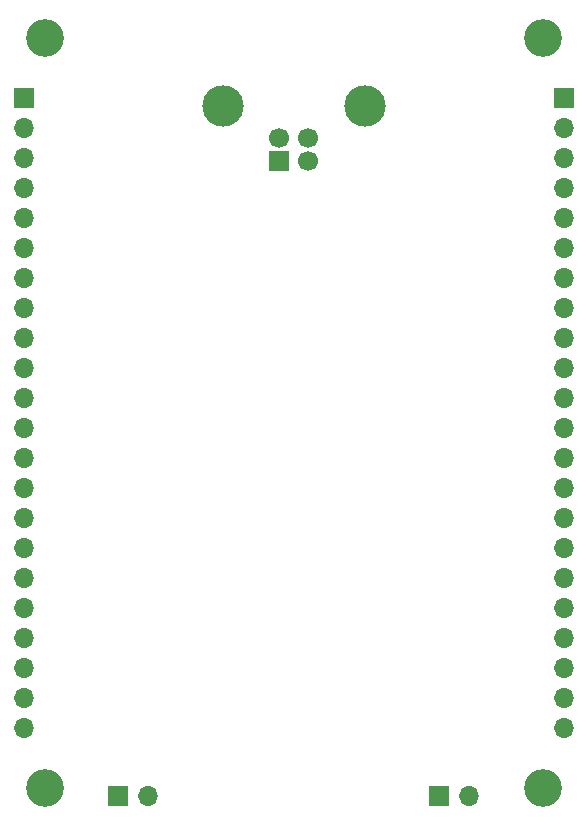
<source format=gbr>
%TF.GenerationSoftware,KiCad,Pcbnew,7.0.2-6a45011f42~172~ubuntu20.04.1*%
%TF.CreationDate,2023-04-23T15:23:27+07:00*%
%TF.ProjectId,EZ-USB-FX2LP-dev-board,455a2d55-5342-42d4-9658-324c502d6465,rev?*%
%TF.SameCoordinates,Original*%
%TF.FileFunction,Soldermask,Bot*%
%TF.FilePolarity,Negative*%
%FSLAX46Y46*%
G04 Gerber Fmt 4.6, Leading zero omitted, Abs format (unit mm)*
G04 Created by KiCad (PCBNEW 7.0.2-6a45011f42~172~ubuntu20.04.1) date 2023-04-23 15:23:27*
%MOMM*%
%LPD*%
G01*
G04 APERTURE LIST*
%ADD10R,1.700000X1.700000*%
%ADD11O,1.700000X1.700000*%
%ADD12C,3.200000*%
%ADD13C,1.700000*%
%ADD14C,3.500000*%
G04 APERTURE END LIST*
D10*
%TO.C,J2*%
X155059500Y-134426900D03*
D11*
X157599500Y-134426900D03*
%TD*%
D10*
%TO.C,J4*%
X165657600Y-75340900D03*
D11*
X165657600Y-77880900D03*
X165657600Y-80420900D03*
X165657600Y-82960900D03*
X165657600Y-85500900D03*
X165657600Y-88040900D03*
X165657600Y-90580900D03*
X165657600Y-93120900D03*
X165657600Y-95660900D03*
X165657600Y-98200900D03*
X165657600Y-100740900D03*
X165657600Y-103280900D03*
X165657600Y-105820900D03*
X165657600Y-108360900D03*
X165657600Y-110900900D03*
X165657600Y-113440900D03*
X165657600Y-115980900D03*
X165657600Y-118520900D03*
X165657600Y-121060900D03*
X165657600Y-123600900D03*
X165657600Y-126140900D03*
X165657600Y-128680900D03*
%TD*%
D10*
%TO.C,J6*%
X119937600Y-75340900D03*
D11*
X119937600Y-77880900D03*
X119937600Y-80420900D03*
X119937600Y-82960900D03*
X119937600Y-85500900D03*
X119937600Y-88040900D03*
X119937600Y-90580900D03*
X119937600Y-93120900D03*
X119937600Y-95660900D03*
X119937600Y-98200900D03*
X119937600Y-100740900D03*
X119937600Y-103280900D03*
X119937600Y-105820900D03*
X119937600Y-108360900D03*
X119937600Y-110900900D03*
X119937600Y-113440900D03*
X119937600Y-115980900D03*
X119937600Y-118520900D03*
X119937600Y-121060900D03*
X119937600Y-123600900D03*
X119937600Y-126140900D03*
X119937600Y-128680900D03*
%TD*%
D12*
%TO.C,H4*%
X121737600Y-133760900D03*
%TD*%
%TO.C,H1*%
X163857600Y-70260900D03*
%TD*%
%TO.C,H3*%
X163857600Y-133760900D03*
%TD*%
%TO.C,H2*%
X121737600Y-70260900D03*
%TD*%
D10*
%TO.C,J1*%
X141518000Y-80663800D03*
D13*
X144018000Y-80663800D03*
X144018000Y-78663800D03*
X141518000Y-78663800D03*
D14*
X136748000Y-75953800D03*
X148788000Y-75953800D03*
%TD*%
D10*
%TO.C,J3*%
X127899500Y-134426900D03*
D11*
X130439500Y-134426900D03*
%TD*%
M02*

</source>
